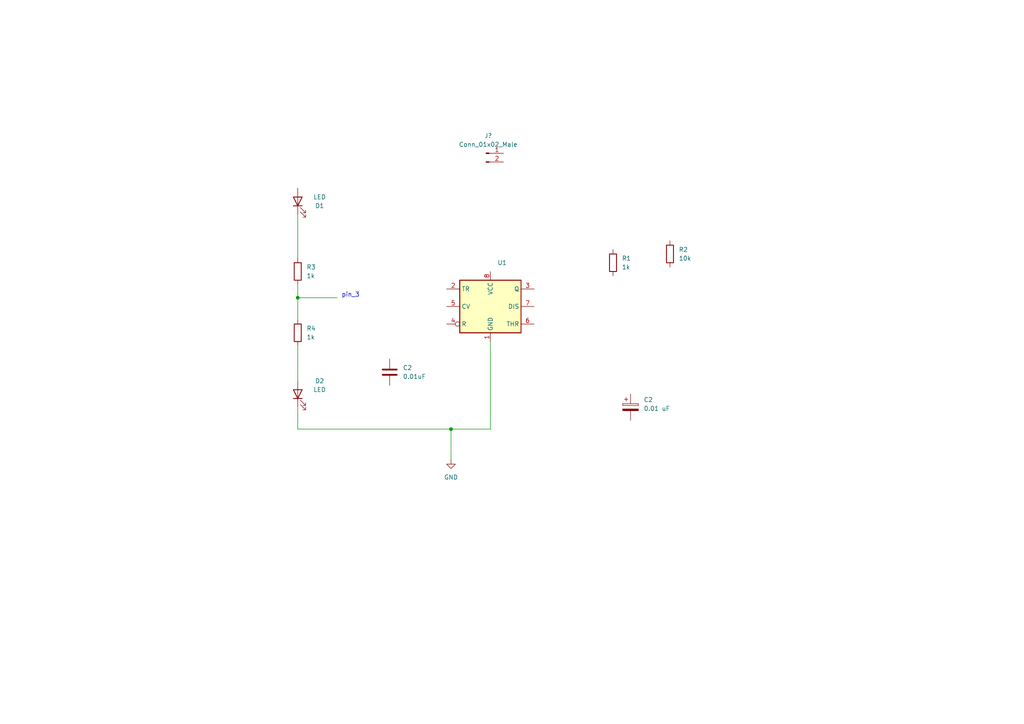
<source format=kicad_sch>
(kicad_sch (version 20211123) (generator eeschema)
  (paper "A4")
  (lib_symbols
    (symbol "Connector:Conn_01x02_Male" (pin_names (offset 1.016) hide)
      (property "Reference" "J" (at 0 2.54 0))
      (property "Value" "Conn_01x02_Male" (at 0 -5.08 0))
      (symbol "Conn_01x02_Male_1_1"
        (polyline (pts (xy 1.27 -2.54) (xy 0.8636 -2.54)) (stroke (width 0.1524)))
        (polyline (pts (xy 1.27 0) (xy 0.8636 0)) (stroke (width 0.1524)))
        (rectangle (start 0.8636 -2.413) (end 0 -2.667) (stroke (width 0.1524)) (fill (type outline)))
        (rectangle (start 0.8636 0.127) (end 0 -0.127) (stroke (width 0.1524)) (fill (type outline)))
        (pin passive line (at 5.08 0 180) (length 3.81) (name "Pin_1") (number "1"))
        (pin passive line (at 5.08 -2.54 180) (length 3.81) (name "Pin_2") (number "2"))
      )
    )
    (symbol "Device:C" (pin_numbers hide) (pin_names (offset 0.254))
      (property "Reference" "C" (at 0.635 2.54 0))
      (property "Value" "C" (at 0.635 -2.54 0))
      (symbol "C_0_1"
        (polyline (pts (xy -2.032 -0.762) (xy 2.032 -0.762)) (stroke (width 0.508)))
        (polyline (pts (xy -2.032 0.762) (xy 2.032 0.762)) (stroke (width 0.508)))
      )
      (symbol "C_1_1"
        (pin passive line (at 0 3.81 270) (length 2.794) (name "~") (number "1"))
        (pin passive line (at 0 -3.81 90) (length 2.794) (name "~") (number "2"))
      )
    )
    (symbol "Device:C_Polarized" (pin_numbers hide) (pin_names (offset 0.254))
      (property "Reference" "C" (at 0.635 2.54 0))
      (property "Value" "C_Polarized" (at 0.635 -2.54 0))
      (symbol "C_Polarized_0_1"
        (rectangle (start -2.286 0.508) (end 2.286 1.016))
        (polyline (pts (xy -1.778 2.286) (xy -0.762 2.286)))
        (polyline (pts (xy -1.27 2.794) (xy -1.27 1.778)))
        (rectangle (start 2.286 -0.508) (end -2.286 -1.016) (fill (type outline)))
      )
      (symbol "C_Polarized_1_1"
        (pin passive line (at 0 3.81 270) (length 2.794) (name "~") (number "1"))
        (pin passive line (at 0 -3.81 90) (length 2.794) (name "~") (number "2"))
      )
    )
    (symbol "Device:LED" (pin_numbers hide) (pin_names (offset 1.016) hide)
      (property "Reference" "D" (at 0 2.54 0))
      (property "Value" "LED" (at 0 -2.54 0))
      (symbol "LED_0_1"
        (polyline (pts (xy -1.27 -1.27) (xy -1.27 1.27)) (stroke (width 0.254)))
        (polyline (pts (xy -1.27 0) (xy 1.27 0)))
        (polyline (pts (xy 1.27 -1.27) (xy 1.27 1.27) (xy -1.27 0) (xy 1.27 -1.27)) (stroke (width 0.254)))
        (polyline (pts (xy -3.048 -0.762) (xy -4.572 -2.286) (xy -3.81 -2.286) (xy -4.572 -2.286) (xy -4.572 -1.524)))
        (polyline (pts (xy -1.778 -0.762) (xy -3.302 -2.286) (xy -2.54 -2.286) (xy -3.302 -2.286) (xy -3.302 -1.524)))
      )
      (symbol "LED_1_1"
        (pin passive line (at -3.81 0 0) (length 2.54) (name "K") (number "1"))
        (pin passive line (at 3.81 0 180) (length 2.54) (name "A") (number "2"))
      )
    )
    (symbol "Device:R" (pin_numbers hide) (pin_names (offset 0))
      (property "Reference" "R" (at 2.032 0 90))
      (property "Value" "R" (at 0 0 90))
      (symbol "R_0_1"
        (rectangle (start -1.016 -2.54) (end 1.016 2.54) (stroke (width 0.254)))
      )
      (symbol "R_1_1"
        (pin passive line (at 0 3.81 270) (length 1.27) (name "~") (number "1"))
        (pin passive line (at 0 -3.81 90) (length 1.27) (name "~") (number "2"))
      )
    )
    (symbol "Timer:NE555D"
      (property "Reference" "U" (at -10.16 8.89 0))
      (property "Value" "NE555D" (at 2.54 8.89 0))
      (symbol "NE555D_0_0"
        (pin power_in line (at 0 -10.16 90) (length 2.54) (name "GND") (number "1"))
        (pin power_in line (at 0 10.16 270) (length 2.54) (name "VCC") (number "8"))
      )
      (symbol "NE555D_0_1"
        (rectangle (start -8.89 -7.62) (end 8.89 7.62) (stroke (width 0.254)) (fill (type background)))
        (rectangle (start -8.89 -7.62) (end 8.89 7.62) (stroke (width 0.254)) (fill (type background)))
      )
      (symbol "NE555D_1_1"
        (pin input line (at -12.7 5.08 0) (length 3.81) (name "TR") (number "2"))
        (pin output line (at 12.7 5.08 180) (length 3.81) (name "Q") (number "3"))
        (pin input inverted (at -12.7 -5.08 0) (length 3.81) (name "R") (number "4"))
        (pin input line (at -12.7 0 0) (length 3.81) (name "CV") (number "5"))
        (pin input line (at 12.7 -5.08 180) (length 3.81) (name "THR") (number "6"))
        (pin input line (at 12.7 0 180) (length 3.81) (name "DIS") (number "7"))
      )
    )
    (symbol "power:GND" (power) (pin_names (offset 0))
      (property "Value" "GND" (at 0 -3.81 0))
      (symbol "GND_0_1"
        (polyline (pts (xy 0 0) (xy 0 -1.27) (xy 1.27 -1.27) (xy 0 -2.54) (xy -1.27 -1.27) (xy 0 -1.27)))
      )
      (symbol "GND_1_1"
        (pin power_in line (at 0 0 270) (length 0) hide (name "GND") (number "1"))
      )
    )
  )
  (junction (at 130.81 124.46))
  (junction (at 86.36 86.36))
  (wire (pts (xy 130.81 124.46) (xy 142.24 124.46)))
  (wire (pts (xy 86.36 62.23) (xy 86.36 74.93)))
  (wire (pts (xy 142.24 99.06) (xy 142.24 124.46)))
  (wire (pts (xy 86.36 124.46) (xy 130.81 124.46)))
  (wire (pts (xy 130.81 124.46) (xy 130.81 133.35)))
  (wire (pts (xy 86.36 86.36) (xy 97.79 86.36)))
  (wire (pts (xy 86.36 86.36) (xy 86.36 92.71)))
  (wire (pts (xy 86.36 118.11) (xy 86.36 124.46)))
  (wire (pts (xy 86.36 100.33) (xy 86.36 110.49)))
  (wire (pts (xy 86.36 82.55) (xy 86.36 86.36)))
  (text "pin_3" (at 99.06 86.36 0) (effects (font (size 1.27 1.27)) (justify left bottom)))
  (symbol (lib_id "Device:R") (at 194.31 73.66 0) (unit 1)
    (property "Reference" "R2" (at 196.85 72.3899 0) (effects (justify left)))
    (property "Value" "10k" (at 196.85 74.9299 0) (effects (justify left)))
  )
  (symbol (lib_id "Device:C_Polarized") (at 182.88 118.11 0) (unit 1)
    (property "Reference" "C2" (at 186.69 115.9509 0) (effects (justify left)))
    (property "Value" "0.01 uF" (at 186.69 118.4909 0) (effects (justify left)))
  )
  (symbol (lib_id "Device:C") (at 113.03 107.95 0) (unit 1)
    (property "Reference" "C2" (at 116.84 106.6799 0) (effects (justify left)))
    (property "Value" "0.01uF" (at 116.84 109.2199 0) (effects (justify left)))
  )
  (symbol (lib_id "Device:R") (at 86.36 96.52 0) (unit 1)
    (property "Reference" "R4" (at 88.9 95.2499 0) (effects (justify left)))
    (property "Value" "1k" (at 88.9 97.7899 0) (effects (justify left)))
  )
  (symbol (lib_id "Timer:NE555D") (at 142.24 88.9 0) (unit 1)
    (property "Reference" "U1" (at 144.2594 76.2 0) (effects (justify left)))
    (property "Value" " " (at 144.2594 78.74 0) (effects (justify left)))
    (property "Footprint" "Package_SO:SOIC-8_3.9x4.9mm_P1.27mm" (effects hide))
    (property "Datasheet" "http://www.ti.com/lit/ds/symlink/ne555.pdf" (effects hide))
  )
  (symbol (lib_id "Device:R") (at 86.36 78.74 0) (unit 1)
    (property "Reference" "R3" (at 88.9 77.4699 0) (effects (justify left)))
    (property "Value" "1k" (at 88.9 80.0099 0) (effects (justify left)))
  )
  (symbol (lib_id "Device:LED") (at 86.36 58.42 90) (unit 1)
    (property "Reference" "D1" (at 92.71 59.69 90))
    (property "Value" "LED" (at 92.71 57.15 90))
  )
  (symbol (lib_id "Device:R") (at 177.8 76.2 0) (unit 1)
    (property "Reference" "R1" (at 180.34 74.9299 0) (effects (justify left)))
    (property "Value" "1k" (at 180.34 77.4699 0) (effects (justify left)))
  )
  (symbol (lib_id "Device:LED") (at 86.36 114.3 90) (unit 1)
    (property "Reference" "D2" (at 92.71 110.49 90))
    (property "Value" "LED" (at 92.71 113.03 90))
  )
  (symbol (lib_id "Connector:Conn_01x02_Male") (at 140.97 44.45 0) (unit 1)
    (property "Reference" "J?" (at 141.605 39.37 0))
    (property "Value" "Conn_01x02_Male" (at 141.605 41.91 0))
  )
  (symbol (lib_id "power:GND") (at 130.81 133.35 0) (unit 1)
    (property "Reference" "#PWR?" (effects hide))
    (property "Value" "GND" (at 130.81 138.43 0))
  )
)
</source>
